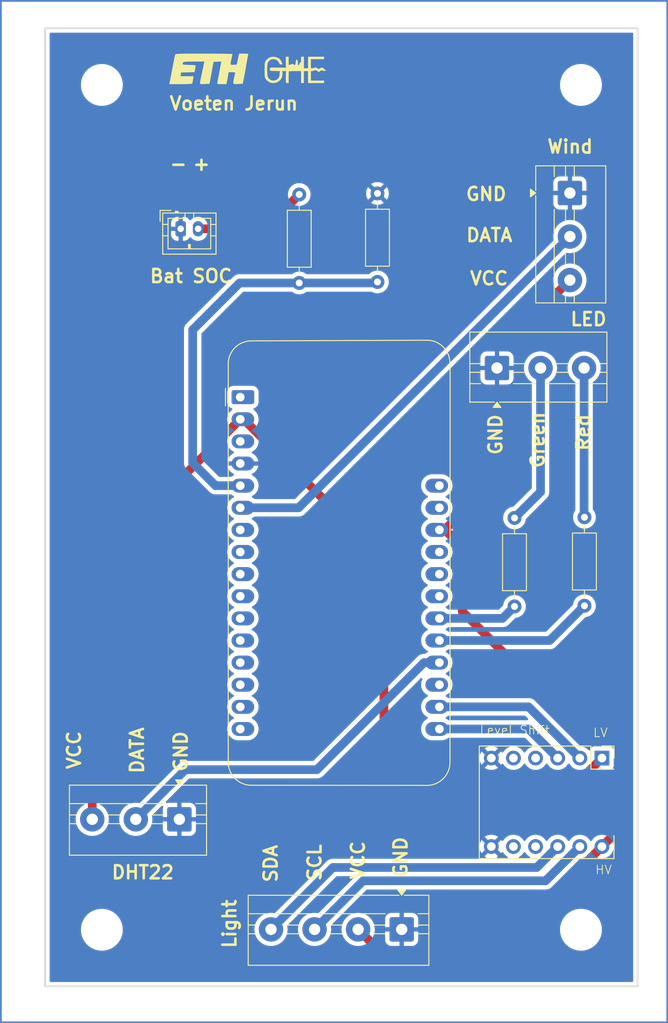
<source format=kicad_pcb>
(kicad_pcb (version 20241229) (generator "pcbnew") (generator_version "9.0")
  (layers (0 "F.Cu" signal) (2 "B.Cu" signal) (13 "F.Paste" user) (15 "B.Paste" user) (5 "F.SilkS" user "F.Silkscreen") (7 "B.SilkS" user "B.Silkscreen") (1 "F.Mask" user) (3 "B.Mask" user) (25 "Edge.Cuts" user))
  (net 0 "")
  (net 1 "GND")
  (net 2 "Net-(J4-Pin_2)")
  (net 3 "Net-(J6-Pin_2)")
  (net 4 "Net-(U1-A0)")
  (net 18 "Net-(J1-Pin_2)")
  (net 20 "Net-(J1-Pin_3)")
  (net 24 "Net-(U1-10)")
  (net 25 "Net-(U1-9)")
  (net 27 "Net-(J2-Pin_2)")
  (net 31 "Net-(J3-B1)")
  (net 32 "Net-(J3-B2)")
  (net 33 "Net-(J3-A2)")
  (net 34 "Net-(J3-HV)")
  (net 35 "Net-(J3-LV)")
  (net 37 "Net-(J3-A1)")
  (footprint "SilkscreenLogo:eth" (layer "F.Cu") (at 98.46 34.59)
    (property "Reference" "G***" (hide yes))
    (property "Value" "LOGO" (hide yes))
    (fp_poly (pts (xy 4.623169 -1.681235) (xy 4.779795 -1.663735) (xy 4.84255 -1.624933) (xy 4.840724 -1.556941) (xy 4.839222 -1.551832) (xy 4.811631 -1.428083) (xy 4.765681 -1.187628) (xy 4.707606 -0.864317) (xy 4.643638 -0.492001) (xy 4.639086 -0.464895) (xy 4.562705 -0.021428) (xy 4.479433 0.442396) (xy 4.400365 0.86572) (xy 4.347067 1.136907) (xy 4.21489 1.785255) (xy 3.664886 1.807666) (xy 3.393225 1.817383) (xy 3.222739 1.802459) (xy 3.138209 1.736793) (xy 3.124415 1.594282) (xy 3.166137 1.348825) (xy 3.229296 1.06063) (xy 3.285254 0.799899) (xy 3.325525 0.600259) (xy 3.341031 0.507627) (xy 3.274151 0.474649) (xy 3.100588 0.453977) (xy 2.972077 0.45042) (xy 2.600445 0.45042) (xy 2.551375 0.757289) (xy 2.503872 1.026789) (xy 2.443079 1.33777) (xy 2.420891 1.443776) (xy 2.339477 1.823393) (xy 1.811864 1.823393) (xy 1.550488 1.815828) (xy 1.361865 1.795935) (xy 1.284779 1.767924) (xy 1.284546 1.766186) (xy 1.298272 1.673449) (xy 1.335549 1.461337) (xy 1.390881 1.160236) (xy 1.458769 0.800531) (xy 1.467374 0.755525) (xy 1.542153 0.362729) (xy 1.610937 -0.002518) (xy 1.666105 -0.299508) (xy 1.700039 -0.487533) (xy 1.700101 -0.487896) (xy 1.750296 -0.777863) (xy 1.309035 -0.754863) (xy 0.867775 -0.731862) (xy 0.637424 0.526697) (xy 0.407073 1.785255) (xy -0.14593 1.807666) (xy -0.433121 1.815244) (xy -0.599596 1.804607) (xy -0.676744 1.769226) (xy -0.695953 1.70257) (xy -0.695881 1.693251) (xy -0.679257 1.573843) (xy -0.635433 1.334821) (xy -0.570147 1.005527) (xy -0.489135 0.615302) (xy -0.441656 0.393213) (xy -0.190482 -0.77) (xy -1.39 -0.77) (xy -1.861688 -0.768186) (xy -2.202148 -0.75932) (xy -2.432692 -0.738266) (xy -2.574634 -0.69989) (xy -2.649285 -0.639056) (xy -2.677958 -0.550628) (xy -2.682116 -0.458657) (xy -2.611395 -0.428477) (xy -2.42138 -0.404825) (xy -2.145296 -0.390933) (xy -1.961993 -0.388619) (xy -1.646395 -0.382687) (xy -1.392709 -0.36676) (xy -1.236469 -0.343643) (xy -1.204949 -0.328881) (xy -1.197917 -0.224729) (xy -1.221982 -0.028223) (xy -1.244207 0.088032) (xy -1.320385 0.445208) (xy -2.096596 0.466883) (xy -2.872806 0.488558) (xy -2.896942 0.698318) (xy -2.921077 0.908078) (xy -2.18156 0.908078) (xy -1.442042 0.908078) (xy -1.494582 1.304146) (xy -1.531242 1.540281) (xy -1.56766 1.711893) (xy -1.585187 1.761804) (xy -1.670308 1.78205) (xy -1.88227 1.799496) (xy -2.195369 1.812962) (xy -2.583899 1.821264) (xy -2.923715 1.823393) (xy -4.224179 1.823393) (xy -4.18237 1.651772) (xy -4.155412 1.525075) (xy -4.10537 1.275037) (xy -4.037447 0.928221) (xy -3.956844 0.511194) (xy -3.868761 0.05052) (xy -3.86503 0.030901) (xy -3.777125 -0.427795) (xy -3.696649 -0.840861) (xy -3.628718 -1.182585) (xy -3.578447 -1.427252) (xy -3.550951 -1.549149) (xy -3.550186 -1.551832) (xy -3.532448 -1.584206) (xy -3.491079 -1.6109) (xy -3.412576 -1.632457) (xy -3.283436 -1.649422) (xy -3.090156 -1.662338) (xy -2.819232 -1.67175) (xy -2.457162 -1.678201) (xy -1.990443 -1.682235) (xy -1.40557 -1.684396) (xy -0.689042 -1.685228) (xy -0.236135 -1.685315) (xy 0.453935 -1.684029) (xy 1.094418 -1.680349) (xy 1.669746 -1.67455) (xy 2.164351 -1.666903) (xy 2.562664 -1.65768) (xy 2.849118 -1.647154) (xy 3.008145 -1.635596) (xy 3.035925 -1.628108) (xy 3.01923 -1.529259) (xy 2.978162 -1.326332) (xy 2.924191 -1.075105) (xy 2.853977 -0.749471) (xy 2.824121 -0.54611) (xy 2.844587 -0.4378) (xy 2.925339 -0.397319) (xy 3.076343 -0.397446) (xy 3.170038 -0.403509) (xy 3.530299 -0.426757) (xy 3.594832 -0.77) (xy 3.654058 -1.059521) (xy 3.719489 -1.344403) (xy 3.733307 -1.399279) (xy 3.807248 -1.685315) (xy 4.343382 -1.685315)) (fill yes) (layer "F.SilkS"))
  )
  (footprint "Resistor_THT:R_Axial_DIN0207_L6.3mm_D2.5mm_P10.16mm_Horizontal" (layer "F.Cu") (at 109.16 49.08 -90)
    (property "Reference" "R3" (hide yes))
    (property "Value" "10k")
    (fp_line (start 1.04 0) (end 1.81 0) (stroke (width 0.12)) (layer "F.SilkS"))
    (fp_line (start 9.12 0) (end 8.35 0) (stroke (width 0.12)) (layer "F.SilkS"))
    (fp_rect (start 1.81 -1.37) (end 8.35 1.37) (stroke (width 0.12)) (fill no) (layer "F.SilkS"))
    (pad "1" thru_hole circle (at 0 0 270) (size 1.6 1.6) (drill 0.8) (layers "*.Cu" "*.Mask") (net 27 "Net-(J2-Pin_2)"))
    (pad "2" thru_hole circle (at 10.16 0 270) (size 1.6 1.6) (drill 0.8) (layers "*.Cu" "*.Mask") (net 4 "Net-(U1-A0)"))
  )
  (footprint "MountingHole:MountingHole_4.3mm_M4" (layer "F.Cu") (at 86.5 36.5)
    (property "Reference" "H1" (hide yes))
    (property "Value" "MountingHole")
    (pad "" np_thru_hole circle (at 0 0) (size 4.3 4.3) (drill 4.3) (layers "*.Cu" "*.Mask"))
  )
  (footprint "Resistor_THT:R_Axial_DIN0207_L6.3mm_D2.5mm_P10.16mm_Horizontal" (layer "F.Cu") (at 133.87 96.38 90)
    (property "Reference" "R2" (hide yes))
    (property "Value" "100")
    (fp_line (start 9.12 0) (end 8.35 0) (stroke (width 0.12)) (layer "F.SilkS"))
    (fp_line (start 1.04 0) (end 1.81 0) (stroke (width 0.12)) (layer "F.SilkS"))
    (fp_rect (start 1.81 -1.37) (end 8.35 1.37) (stroke (width 0.12)) (fill no) (layer "F.SilkS"))
    (pad "1" thru_hole circle (at 0 0 90) (size 1.6 1.6) (drill 0.8) (layers "*.Cu" "*.Mask") (net 24 "Net-(U1-10)"))
    (pad "2" thru_hole circle (at 10.16 0 90) (size 1.6 1.6) (drill 0.8) (layers "*.Cu" "*.Mask") (net 18 "Net-(J1-Pin_2)"))
  )
  (footprint "TerminalBlock:TerminalBlock_MaiXu_MX126-5.0-04P_1x04_P5.00mm" (layer "F.Cu") (at 120.92 133.46 180)
    (property "Reference" "J7" (hide yes))
    (property "Value" "LightSensor")
    (fp_line (start 17.62 -4.12) (end 17.62 3.92) (stroke (width 0.12)) (layer "F.SilkS"))
    (fp_line (start 16.812 0.5) (end 17.62 0.5) (stroke (width 0.12)) (layer "F.SilkS"))
    (fp_line (start 16.812 -0.5) (end 17.62 -0.5) (stroke (width 0.12)) (layer "F.SilkS"))
    (fp_line (start 15.543 1.8) (end 17.62 1.8) (stroke (width 0.12)) (layer "F.SilkS"))
    (fp_line (start 11.812 0.5) (end 13.188 0.5) (stroke (width 0.12)) (layer "F.SilkS"))
    (fp_line (start 11.812 -0.5) (end 13.188 -0.5) (stroke (width 0.12)) (layer "F.SilkS"))
    (fp_line (start 10.543 1.8) (end 14.457 1.8) (stroke (width 0.12)) (layer "F.SilkS"))
    (fp_line (start 6.812 0.5) (end 8.188 0.5) (stroke (width 0.12)) (layer "F.SilkS"))
    (fp_line (start 6.812 -0.5) (end 8.188 -0.5) (stroke (width 0.12)) (layer "F.SilkS"))
    (fp_line (start 5.543 1.8) (end 9.457 1.8) (stroke (width 0.12)) (layer "F.SilkS"))
    (fp_line (start 1.88 1.8) (end 4.457 1.8) (stroke (width 0.12)) (layer "F.SilkS"))
    (fp_line (start 1.88 0.5) (end 3.188 0.5) (stroke (width 0.12)) (layer "F.SilkS"))
    (fp_line (start 1.88 -0.5) (end 3.188 -0.5) (stroke (width 0.12)) (layer "F.SilkS"))
    (fp_line (start 0.3 3.92) (end 17.62 3.92) (stroke (width 0.12)) (layer "F.SilkS"))
    (fp_line (start -3.12 3.92) (end -0.3 3.92) (stroke (width 0.12)) (layer "F.SilkS"))
    (fp_line (start -3.12 1.8) (end -1.88 1.8) (stroke (width 0.12)) (layer "F.SilkS"))
    (fp_line (start -3.12 0.5) (end -1.88 0.5) (stroke (width 0.12)) (layer "F.SilkS"))
    (fp_line (start -3.12 -0.5) (end -1.88 -0.5) (stroke (width 0.12)) (layer "F.SilkS"))
    (fp_line (start -3.12 -4.12) (end 17.62 -4.12) (stroke (width 0.12)) (layer "F.SilkS"))
    (fp_line (start -3.12 -4.12) (end -3.12 3.92) (stroke (width 0.12)) (layer "F.SilkS"))
    (fp_poly (pts (xy 0 3.92) (xy 0.44 4.53) (xy -0.44 4.53)) (stroke (width 0.12)) (fill yes) (layer "F.SilkS"))
    (pad "1" thru_hole roundrect (at 0 0 180) (size 2.8 2.8) (drill 1.3) (layers "*.Cu" "*.Mask") (roundrect_rratio 0.089286) (net 1 "GND"))
    (pad "2" thru_hole circle (at 5 0 180) (size 2.8 2.8) (drill 1.3) (layers "*.Cu" "*.Mask") (net 34 "Net-(J3-HV)"))
    (pad "3" thru_hole circle (at 10 0 180) (size 2.8 2.8) (drill 1.3) (layers "*.Cu" "*.Mask") (net 31 "Net-(J3-B1)"))
    (pad "4" thru_hole circle (at 15 0 180) (size 2.8 2.8) (drill 1.3) (layers "*.Cu" "*.Mask") (net 32 "Net-(J3-B2)"))
  )
  (footprint "TerminalBlock:TerminalBlock_MaiXu_MX126-5.0-03P_1x03_P5.00mm" (layer "F.Cu") (at 140.23 48.91 -90)
    (property "Reference" "J4" (hide yes))
    (property "Value" "Anemometer")
    (fp_line (start -3.12 3.92) (end -0.3 3.92) (stroke (width 0.12)) (layer "F.SilkS"))
    (fp_line (start 0.3 3.92) (end 12.62 3.92) (stroke (width 0.12)) (layer "F.SilkS"))
    (fp_line (start -3.12 1.8) (end -1.88 1.8) (stroke (width 0.12)) (layer "F.SilkS"))
    (fp_line (start 1.88 1.8) (end 4.457 1.8) (stroke (width 0.12)) (layer "F.SilkS"))
    (fp_line (start 5.543 1.8) (end 9.457 1.8) (stroke (width 0.12)) (layer "F.SilkS"))
    (fp_line (start 10.543 1.8) (end 12.62 1.8) (stroke (width 0.12)) (layer "F.SilkS"))
    (fp_line (start -3.12 0.5) (end -1.88 0.5) (stroke (width 0.12)) (layer "F.SilkS"))
    (fp_line (start 1.88 0.5) (end 3.188 0.5) (stroke (width 0.12)) (layer "F.SilkS"))
    (fp_line (start 6.812 0.5) (end 8.188 0.5) (stroke (width 0.12)) (layer "F.SilkS"))
    (fp_line (start 11.812 0.5) (end 12.62 0.5) (stroke (width 0.12)) (layer "F.SilkS"))
    (fp_line (start -3.12 -0.5) (end -1.88 -0.5) (stroke (width 0.12)) (layer "F.SilkS"))
    (fp_line (start 1.88 -0.5) (end 3.188 -0.5) (stroke (width 0.12)) (layer "F.SilkS"))
    (fp_line (start 6.812 -0.5) (end 8.188 -0.5) (stroke (width 0.12)) (layer "F.SilkS"))
    (fp_line (start 11.812 -0.5) (end 12.62 -0.5) (stroke (width 0.12)) (layer "F.SilkS"))
    (fp_line (start -3.12 -4.12) (end -3.12 3.92) (stroke (width 0.12)) (layer "F.SilkS"))
    (fp_line (start -3.12 -4.12) (end 12.62 -4.12) (stroke (width 0.12)) (layer "F.SilkS"))
    (fp_line (start 12.62 -4.12) (end 12.62 3.92) (stroke (width 0.12)) (layer "F.SilkS"))
    (fp_poly (pts (xy 0 3.92) (xy 0.44 4.53) (xy -0.44 4.53)) (stroke (width 0.12)) (fill yes) (layer "F.SilkS"))
    (pad "1" thru_hole roundrect (at 0 0 270) (size 2.8 2.8) (drill 1.3) (layers "*.Cu" "*.Mask") (roundrect_rratio 0.089286) (net 1 "GND"))
    (pad "2" thru_hole circle (at 5 0 270) (size 2.8 2.8) (drill 1.3) (layers "*.Cu" "*.Mask") (net 2 "Net-(J4-Pin_2)"))
    (pad "3" thru_hole circle (at 10 0 270) (size 2.8 2.8) (drill 1.3) (layers "*.Cu" "*.Mask") (net 34 "Net-(J3-HV)"))
  )
  (footprint "Connector_JST:JST_PH_B2B-PH-K_1x02_P2.00mm_Vertical" (layer "F.Cu") (at 95.55 53.02)
    (property "Reference" "J2" (hide yes))
    (property "Value" "Conn_01x02_Pin")
    (fp_line (start -2.36 -2.11) (end -2.36 -0.86) (stroke (width 0.12)) (layer "F.SilkS"))
    (fp_line (start -2.06 -1.81) (end -2.06 2.91) (stroke (width 0.12)) (layer "F.SilkS"))
    (fp_line (start -2.06 -0.5) (end -1.45 -0.5) (stroke (width 0.12)) (layer "F.SilkS"))
    (fp_line (start -2.06 0.8) (end -1.45 0.8) (stroke (width 0.12)) (layer "F.SilkS"))
    (fp_line (start -2.06 2.91) (end 4.06 2.91) (stroke (width 0.12)) (layer "F.SilkS"))
    (fp_line (start -1.45 -1.2) (end -1.45 2.3) (stroke (width 0.12)) (layer "F.SilkS"))
    (fp_line (start -1.45 2.3) (end 3.45 2.3) (stroke (width 0.12)) (layer "F.SilkS"))
    (fp_line (start -1.11 -2.11) (end -2.36 -2.11) (stroke (width 0.12)) (layer "F.SilkS"))
    (fp_line (start -0.6 -2.01) (end -0.6 -1.81) (stroke (width 0.12)) (layer "F.SilkS"))
    (fp_line (start -0.3 -2.01) (end -0.6 -2.01) (stroke (width 0.12)) (layer "F.SilkS"))
    (fp_line (start -0.3 -1.91) (end -0.6 -1.91) (stroke (width 0.12)) (layer "F.SilkS"))
    (fp_line (start -0.3 -1.81) (end -0.3 -2.01) (stroke (width 0.12)) (layer "F.SilkS"))
    (fp_line (start 0.5 -1.81) (end 0.5 -1.2) (stroke (width 0.12)) (layer "F.SilkS"))
    (fp_line (start 0.5 -1.2) (end -1.45 -1.2) (stroke (width 0.12)) (layer "F.SilkS"))
    (fp_line (start 0.9 1.8) (end 1.1 1.8) (stroke (width 0.12)) (layer "F.SilkS"))
    (fp_line (start 0.9 2.3) (end 0.9 1.8) (stroke (width 0.12)) (layer "F.SilkS"))
    (fp_line (start 1 2.3) (end 1 1.8) (stroke (width 0.12)) (layer "F.SilkS"))
    (fp_line (start 1.1 1.8) (end 1.1 2.3) (stroke (width 0.12)) (layer "F.SilkS"))
    (fp_line (start 1.5 -1.2) (end 1.5 -1.81) (stroke (width 0.12)) (layer "F.SilkS"))
    (fp_line (start 3.45 -1.2) (end 1.5 -1.2) (stroke (width 0.12)) (layer "F.SilkS"))
    (fp_line (start 3.45 2.3) (end 3.45 -1.2) (stroke (width 0.12)) (layer "F.SilkS"))
    (fp_line (start 4.06 -1.81) (end -2.06 -1.81) (stroke (width 0.12)) (layer "F.SilkS"))
    (fp_line (start 4.06 -0.5) (end 3.45 -0.5) (stroke (width 0.12)) (layer "F.SilkS"))
    (fp_line (start 4.06 0.8) (end 3.45 0.8) (stroke (width 0.12)) (layer "F.SilkS"))
    (fp_line (start 4.06 2.91) (end 4.06 -1.81) (stroke (width 0.12)) (layer "F.SilkS"))
    (pad "1" thru_hole roundrect (at 0 0) (size 1.2 1.75) (drill 0.75) (layers "*.Cu" "*.Mask") (roundrect_rratio 0.208333) (net 1 "GND"))
    (pad "2" thru_hole oval (at 2 0) (size 1.2 1.75) (drill 0.75) (layers "*.Cu" "*.Mask") (net 27 "Net-(J2-Pin_2)"))
  )
  (footprint "MountingHole:MountingHole_4.3mm_M4" (layer "F.Cu") (at 141.5 36.5)
    (property "Reference" "H2" (hide yes))
    (property "Value" "MountingHole")
    (pad "" np_thru_hole circle (at 0 0) (size 4.3 4.3) (drill 4.3) (layers "*.Cu" "*.Mask"))
  )
  (footprint "MountingHole:MountingHole_4.3mm_M4" (layer "F.Cu") (at 86.5 133.5)
    (property "Reference" "H4" (hide yes))
    (property "Value" "MountingHole")
    (pad "" np_thru_hole circle (at 0 0) (size 4.3 4.3) (drill 4.3) (layers "*.Cu" "*.Mask"))
  )
  (footprint "Connector_PinHeader_2.54mm:PinHeader_2x06_P2.54mm_Vertical" (layer "F.Cu") (at 143.91 113.79 -90)
    (property "Reference" "J3" (hide yes))
    (property "Value" "Level Shift")
    (fp_line (start -1.38 14.08) (end 11.54 14.08) (stroke (width 0.12)) (layer "F.SilkS"))
    (fp_line (start -1.38 1.27) (end -1.38 14.08) (stroke (width 0.12)) (layer "F.SilkS"))
    (fp_line (start -1.38 1.27) (end 1.27 1.27) (stroke (width 0.12)) (layer "F.SilkS"))
    (fp_line (start 1.27 1.27) (end 1.27 -1.38) (stroke (width 0.12)) (layer "F.SilkS"))
    (fp_line (start -1.38 0) (end -1.38 -1.38) (stroke (width 0.12)) (layer "F.SilkS"))
    (fp_line (start -1.38 -1.38) (end 0 -1.38) (stroke (width 0.12)) (layer "F.SilkS"))
    (fp_line (start 8.89 -1.38) (end 11.54 -1.38) (stroke (width 0.12)) (layer "F.SilkS"))
    (fp_line (start 11.54 -1.38) (end 11.54 14.08) (stroke (width 0.12)) (layer "F.SilkS"))
    (pad "1" thru_hole rect (at 0 0 270) (size 1.7 1.7) (drill 1) (layers "*.Cu" "*.Mask") (net 35 "Net-(J3-LV)"))
    (pad "2" thru_hole circle (at 0 2.54 270) (size 1.7 1.7) (drill 1) (layers "*.Cu" "*.Mask") (net 37 "Net-(J3-A1)"))
    (pad "3" thru_hole circle (at 0 5.08 270) (size 1.7 1.7) (drill 1) (layers "*.Cu" "*.Mask") (net 33 "Net-(J3-A2)"))
    (pad "4" thru_hole circle (at 0 7.62 270) (size 1.7 1.7) (drill 1) (layers "*.Cu" "*.Mask"))
    (pad "5" thru_hole circle (at 0 10.16 270) (size 1.7 1.7) (drill 1) (layers "*.Cu" "*.Mask"))
    (pad "6" thru_hole circle (at 0 12.7 270) (size 1.7 1.7) (drill 1) (layers "*.Cu" "*.Mask") (net 1 "GND"))
    (pad "7" thru_hole circle (at 10.16 12.7 270) (size 1.7 1.7) (drill 1) (layers "*.Cu" "*.Mask") (net 1 "GND"))
    (pad "8" thru_hole circle (at 10.16 10.16 270) (size 1.7 1.7) (drill 1) (layers "*.Cu" "*.Mask"))
    (pad "9" thru_hole circle (at 10.16 7.62 270) (size 1.7 1.7) (drill 1) (layers "*.Cu" "*.Mask"))
    (pad "10" thru_hole circle (at 10.16 5.08 270) (size 1.7 1.7) (drill 1) (layers "*.Cu" "*.Mask") (net 32 "Net-(J3-B2)"))
    (pad "11" thru_hole circle (at 10.16 2.54 270) (size 1.7 1.7) (drill 1) (layers "*.Cu" "*.Mask") (net 31 "Net-(J3-B1)"))
    (pad "12" thru_hole circle (at 10.16 0 270) (size 1.7 1.7) (drill 1) (layers "*.Cu" "*.Mask") (net 34 "Net-(J3-HV)"))
  )
  (footprint "Module:mod2_Adafruit_Feather_32u4_RFM_WithMountingHoles_1" (layer "F.Cu") (at 102.39 72.35)
    (property "Reference" "U1" (hide yes))
    (property "Value" "Feather 32u4 LoRa SMT")
    (fp_line (start -1.7 1) (end -1.7 -1) (stroke (width 0.12)) (layer "F.SilkS"))
    (fp_line (start -1.38 -3.81) (end -1.38 41.91) (stroke (width 0.12)) (layer "F.SilkS"))
    (fp_line (start 21.426167 -6.536166) (end 1.27 -6.46) (stroke (width 0.12)) (layer "F.SilkS"))
    (fp_line (start 21.426167 44.576167) (end 1.27 44.56) (stroke (width 0.12)) (layer "F.SilkS"))
    (fp_line (start 24.09 -3.886167) (end 24.076167 41.926167) (stroke (width 0.12)) (layer "F.SilkS"))
    (fp_arc (start -1.38 -3.81) (mid -0.603833 -5.683833) (end 1.27 -6.46) (stroke (width 0.12)) (layer "F.SilkS"))
    (fp_arc (start 1.27 44.56) (mid -0.603833 43.783833) (end -1.38 41.91) (stroke (width 0.12)) (layer "F.SilkS"))
    (fp_arc (start 21.426167 -6.536167) (mid 23.3 -5.76) (end 24.076167 -3.886167) (stroke (width 0.12)) (layer "F.SilkS"))
    (fp_arc (start 24.076167 41.926167) (mid 23.3 43.8) (end 21.426167 44.576167) (stroke (width 0.12)) (layer "F.SilkS"))
    (pad "1" thru_hole oval (at 0 38.1) (size 2.6 1.6) (drill 1 (offset 0.3 0)) (layers "*.Cu" "*.Mask"))
    (pad "2" thru_hole oval (at 0 35.56) (size 2.6 1.6) (drill 1 (offset 0.3 0)) (layers "*.Cu" "*.Mask"))
    (pad "3" thru_hole oval (at 0 33.02) (size 2.6 1.6) (drill 1 (offset 0.3 0)) (layers "*.Cu" "*.Mask"))
    (pad "4" thru_hole oval (at 0 30.48) (size 2.6 1.6) (drill 1 (offset 0.3 0)) (layers "*.Cu" "*.Mask"))
    (pad "5" thru_hole oval (at 0 27.94) (size 2.6 1.6) (drill 1 (offset 0.3 0)) (layers "*.Cu" "*.Mask"))
    (pad "6" thru_hole oval (at 0 25.4) (size 2.6 1.6) (drill 1 (offset 0.3 0)) (layers "*.Cu" "*.Mask"))
    (pad "7" thru_hole oval (at 0 22.86) (size 2.6 1.6) (drill 1 (offset 0.3 0)) (layers "*.Cu" "*.Mask"))
    (pad "8" thru_hole oval (at 0 20.32) (size 2.6 1.6) (drill 1 (offset 0.3 0)) (layers "*.Cu" "*.Mask"))
    (pad "9" thru_hole oval (at 0 17.78) (size 2.6 1.6) (drill 1 (offset 0.3 0)) (layers "*.Cu" "*.Mask"))
    (pad "10" thru_hole oval (at 0 15.24) (size 2.6 1.6) (drill 1 (offset 0.3 0)) (layers "*.Cu" "*.Mask"))
    (pad "11" thru_hole oval (at 0 12.7) (size 2.6 1.6) (drill 1 (offset 0.3 0)) (layers "*.Cu" "*.Mask") (net 2 "Net-(J4-Pin_2)"))
    (pad "12" thru_hole oval (at 0 10.16) (size 2.6 1.6) (drill 1 (offset 0.3 0)) (layers "*.Cu" "*.Mask") (net 4 "Net-(U1-A0)"))
    (pad "13" thru_hole oval (at 0 7.62) (size 2.6 1.6) (drill 1 (offset 0.3 0)) (layers "*.Cu" "*.Mask") (net 1 "GND"))
    (pad "14" thru_hole oval (at 0 5.08) (size 2.6 1.6) (drill 1 (offset 0.3 0)) (layers "*.Cu" "*.Mask"))
    (pad "15" thru_hole oval (at 0 2.54) (size 2.6 1.6) (drill 1 (offset 0.3 0)) (layers "*.Cu" "*.Mask") (net 35 "Net-(J3-LV)"))
    (pad "16" thru_hole roundrect (at 0 0) (size 2.6 1.6) (drill 1 (offset 0.3 0)) (layers "*.Cu" "*.Mask") (roundrect_rratio 0.15625))
    (pad "17" thru_hole oval (at 22.86 38.1 180) (size 2.6 1.6) (drill 1 (offset 0.3 0)) (layers "*.Cu" "*.Mask") (net 33 "Net-(J3-A2)"))
    (pad "18" thru_hole oval (at 22.86 35.56 180) (size 2.6 1.6) (drill 1 (offset 0.3 0)) (layers "*.Cu" "*.Mask") (net 37 "Net-(J3-A1)"))
    (pad "19" thru_hole oval (at 22.86 33.02 180) (size 2.6 1.6) (drill 1 (offset 0.3 0)) (layers "*.Cu" "*.Mask"))
    (pad "20" thru_hole oval (at 22.86 30.48 180) (size 2.6 1.6) (drill 1 (offset 0.3 0)) (layers "*.Cu" "*.Mask") (net 3 "Net-(J6-Pin_2)"))
    (pad "21" thru_hole oval (at 22.86 27.94 180) (size 2.6 1.6) (drill 1 (offset 0.3 0)) (layers "*.Cu" "*.Mask") (net 25 "Net-(U1-9)"))
    (pad "22" thru_hole oval (at 22.86 25.4 180) (size 2.6 1.6) (drill 1 (offset 0.3 0)) (layers "*.Cu" "*.Mask") (net 24 "Net-(U1-10)"))
    (pad "23" thru_hole oval (at 22.86 22.86 180) (size 2.6 1.6) (drill 1 (offset 0.3 0)) (layers "*.Cu" "*.Mask"))
    (pad "24" thru_hole oval (at 22.86 20.32 180) (size 2.6 1.6) (drill 1 (offset 0.3 0)) (layers "*.Cu" "*.Mask"))
    (pad "25" thru_hole oval (at 22.86 17.78 180) (size 2.6 1.6) (drill 1 (offset 0.3 0)) (layers "*.Cu" "*.Mask"))
    (pad "26" thru_hole oval (at 22.86 15.24 180) (size 2.6 1.6) (drill 1 (offset 0.3 0)) (layers "*.Cu" "*.Mask") (net 34 "Net-(J3-HV)"))
    (pad "27" thru_hole oval (at 22.86 12.7 180) (size 2.6 1.6) (drill 1 (offset 0.3 0)) (layers "*.Cu" "*.Mask"))
    (pad "28" thru_hole oval (at 22.86 10.16 180) (size 2.6 1.6) (drill 1 (offset 0.3 0)) (layers "*.Cu" "*.Mask"))
  )
  (footprint "Resistor_THT:R_Axial_DIN0207_L6.3mm_D2.5mm_P10.16mm_Horizontal" (layer "F.Cu") (at 141.9 96.3 90)
    (property "Reference" "R4" (hide yes))
    (property "Value" "100")
    (fp_line (start 9.12 0) (end 8.35 0) (stroke (width 0.12)) (layer "F.SilkS"))
    (fp_line (start 1.04 0) (end 1.81 0) (stroke (width 0.12)) (layer "F.SilkS"))
    (fp_rect (start 1.81 -1.37) (end 8.35 1.37) (stroke (width 0.12)) (fill no) (layer "F.SilkS"))
    (pad "1" thru_hole circle (at 0 0 90) (size 1.6 1.6) (drill 0.8) (layers "*.Cu" "*.Mask") (net 25 "Net-(U1-9)"))
    (pad "2" thru_hole circle (at 10.16 0 90) (size 1.6 1.6) (drill 0.8) (layers "*.Cu" "*.Mask") (net 20 "Net-(J1-Pin_3)"))
  )
  (footprint "SilkscreenLogo:ghe" (layer "F.Cu") (at 108.7 34.79)
    (property "Reference" "G***" (hide yes))
    (property "Value" "LOGO" (hide yes))
    (fp_line (start -0.448436 -0.059627) (end -2.728436 -0.089627) (stroke (width 0.4)) (layer "F.SilkS"))
    (fp_poly (pts (xy -2.126142 -1.465975) (xy -1.885132 -1.347947) (xy -1.800084 -1.27994) (xy -1.680824 -1.133849) (xy -1.567872 -0.936891) (xy -1.48765 -0.738249) (xy -1.475689 -0.66601) (xy -1.516607 -0.63744) (xy -1.611655 -0.633539) (xy -1.715118 -0.646042) (xy -1.784925 -0.696573) (xy -1.850862 -0.80893) (xy -1.863167 -0.834495) (xy -2.004751 -1.038159) (xy -2.191584 -1.173944) (xy -2.405 -1.241364) (xy -2.626333 -1.239934) (xy -2.836917 -1.169169) (xy -3.018084 -1.028584) (xy -3.128363 -0.867381) (xy -3.168337 -0.733321) (xy -3.196748 -0.529098) (xy -3.213596 -0.278438) (xy -3.218882 -0.005067) (xy -3.212605 0.267287) (xy -3.194766 0.514897) (xy -3.165365 0.714038) (xy -3.128363 0.833527) (xy -2.984264 1.026961) (xy -2.793348 1.152471) (xy -2.575237 1.209473) (xy -2.349554 1.197386) (xy -2.13592 1.115627) (xy -1.953957 0.963613) (xy -1.886561 0.870377) (xy -1.82111 0.712847) (xy -1.793997 0.504846) (xy -1.792394 0.423388) (xy -1.784501 0.264521) (xy -1.764147 0.145927) (xy -1.740371 0.098513) (xy -1.70918 0.033391) (xy -1.708529 -0.069828) (xy -1.712399 -0.166386) (xy -1.669054 -0.200333) (xy -1.606651 -0.202392) (xy -1.537312 -0.192464) (xy -1.543893 -0.174801) (xy -1.59204 -0.112505) (xy -1.599619 -0.01269) (xy -1.568597 0.077663) (xy -1.532068 0.107867) (xy -1.486659 0.171193) (xy -1.463309 0.300374) (xy -1.461409 0.46942) (xy -1.480349 0.652343) (xy -1.519518 0.823155) (xy -1.550792 0.905419) (xy -1.713211 1.150612) (xy -1.935659 1.33602) (xy -2.19999 1.455127) (xy -2.488055 1.501415) (xy -2.781706 1.468366) (xy -2.951468 1.408454) (xy -3.128983 1.297498) (xy -3.296305 1.141739) (xy -3.425736 0.970544) (xy -3.482502 0.845427) (xy -3.496701 0.744501) (xy -3.507261 0.570522) (xy -3.514181 0.344968) (xy -3.517461 0.089317) (xy -3.517102 -0.174956) (xy -3.513104 -0.426371) (xy -3.505466 -0.643453) (xy -3.494189 -0.804723) (xy -3.482502 -0.879281) (xy -3.401738 -1.042165) (xy -3.261522 -1.212472) (xy -3.089552 -1.360836) (xy -2.951468 -1.442308) (xy -2.688094 -1.517215) (xy -2.40339 -1.523751)) (fill yes) (layer "F.SilkS"))
    (fp_poly (pts (xy -0.751621 -1.024413) (xy -0.749357 -0.796362) (xy -0.741626 -0.651665) (xy -0.727019 -0.579166) (xy -0.704125 -0.567705) (xy -0.694861 -0.575065) (xy -0.604255 -0.620888) (xy -0.529312 -0.631825) (xy -0.445053 -0.64929) (xy -0.420523 -0.679125) (xy -0.387424 -0.72278) (xy -0.306881 -0.7148) (xy -0.207029 -0.660446) (xy -0.1745 -0.633104) (xy -0.099343 -0.571696) (xy -0.052672 -0.575451) (xy -0.012433 -0.621279) (xy 0.028677 -0.720523) (xy 0.051261 -0.861655) (xy 0.052476 -0.891974) (xy 0.069967 -1.035991) (xy 0.109296 -1.149913) (xy 0.11906 -1.16496) (xy 0.164048 -1.211422) (xy 0.200934 -1.195479) (xy 0.250557 -1.105497) (xy 0.259626 -1.086501) (xy 0.304212 -0.964558) (xy 0.31545 -0.871882) (xy 0.312785 -0.860814) (xy 0.307025 -0.778327) (xy 0.320493 -0.645021) (xy 0.331081 -0.584525) (xy 0.356844 -0.471945) (xy 0.372246 -0.450409) (xy 0.378392 -0.50175) (xy 0.395422 -0.596245) (xy 0.425746 -0.631825) (xy 0.467386 -0.671911) (xy 0.497597 -0.750074) (xy 0.543791 -0.838863) (xy 0.597325 -0.868324) (xy 0.635494 -0.888541) (xy 0.657329 -0.960597) (xy 0.666449 -1.101601) (xy 0.667373 -1.199423) (xy 0.667373 -1.530521) (xy 0.832923 -1.530521) (xy 0.998472 -1.530521) (xy 0.998472 -0.868324) (xy 0.998472 -0.206126) (xy 1.234971 -0.206126) (xy 1.47147 -0.206126) (xy 1.47147 -0.868324) (xy 1.47147 -1.530521) (xy 2.393816 -1.530521) (xy 3.316163 -1.530521) (xy 3.316163 -1.388622) (xy 3.316163 -1.246722) (xy 2.559366 -1.246722) (xy 1.802569 -1.246722) (xy 1.802569 -0.726424) (xy 1.802569 -0.206126) (xy 1.929285 -0.206126) (xy 2.064677 -0.222737) (xy 2.212395 -0.262679) (xy 2.212533 -0.262729) (xy 2.329363 -0.293698) (xy 2.41951 -0.274304) (xy 2.509599 -0.215429) (xy 2.63957 -0.133897) (xy 2.736766 -0.120952) (xy 2.832926 -0.175991) (xy 2.869422 -0.208576) (xy 3.000889 -0.276016) (xy 3.143386 -0.26131) (xy 3.270699 -0.169273) (xy 3.300669 -0.129367) (xy 3.387939 -0.046121) (xy 3.473638 -0.016927) (xy 3.541672 -0.010672) (xy 3.530769 0.023568) (xy 3.493776 0.06223) (xy 3.430833 0.109553) (xy 3.355567 0.114939) (xy 3.231032 0.080795) (xy 3.227408 0.079601) (xy 3.098884 0.045089) (xy 3.004133 0.052876) (xy 2.892481 0.10926) (xy 2.867951 0.12427) (xy 2.695704 0.230724) (xy 2.527977 0.111384) (xy 2.415972 0.03878) (xy 2.334739 0.018095) (xy 2.241036 0.042333) (xy 2.201177 0.058508) (xy 2.057832 0.104443) (xy 1.927912 0.124905) (xy 1.922337 0.124972) (xy 1.802569 0.124972) (xy 1.802569 0.66892) (xy 1.802569 1.212868) (xy 2.559366 1.212868) (xy 3.316163 1.212868) (xy 3.316163 1.354767) (xy 3.316163 1.496667) (xy 2.393816 1.496667) (xy 1.47147 1.496667) (xy 1.47147 0.81082) (xy 1.47147 0.124972) (xy 1.234971 0.124972) (xy 0.998472 0.124972) (xy 0.998472 0.81082) (xy 0.998472 1.496667) (xy 0.832923 1.496667) (xy 0.667373 1.496667) (xy 0.667373 0.81082) (xy 0.667373 0.124972) (xy 0.084317 0.124972) (xy -0.498738 0.124972) (xy -0.478734 -0.011326) (xy -0.484982 -0.132782) (xy -0.537154 -0.18823) (xy -0.619169 -0.165501) (xy -0.648811 -0.140009) (xy -0.699687 -0.063467) (xy -0.674662 0.019402) (xy -0.667521 0.031137) (xy -0.633272 0.102232) (xy -0.662206 0.124287) (xy -0.680271 0.124972) (xy -0.70859 0.137786) (xy -0.728464 0.185153) (xy -0.741284 0.280463) (xy -0.748445 0.437106) (xy -0.751339 0.668472) (xy -0.751621 0.81082) (xy -0.751621 1.496667) (xy -0.885637 1.496667) (xy -0.993966 1.486537) (xy -1.051187 1.465134) (xy -1.066101 1.405839) (xy -1.076306 1.276321) (xy -1.082042 1.097073) (xy -1.08355 0.888592) (xy -1.081072 0.671374) (xy -1.074849 0.465915) (xy -1.065121 0.29271) (xy -1.05213 0.172256) (xy -1.036118 0.125047) (xy -1.03542 0.124972) (xy -1.004156 0.083392) (xy -0.988529 -0.018851) (xy -0.98812 -0.040577) (xy -0.834293 -0.040577) (xy -0.830485 0.05677) (xy -0.819767 0.081895) (xy -0.813722 0.066399) (xy -0.804912 -0.047188) (xy -0.812768 -0.1228) (xy -0.825228 -0.149015) (xy -0.833066 -0.092164) (xy -0.834293 -0.040577) (xy -0.98812 -0.040577) (xy -1 -0.15) (xy -1.029213 -0.204697) (xy -1.03542 -0.206126) (xy -1.055155 -0.251903) (xy -1.070038 -0.38333) (xy -1.079437 -0.591552) (xy -1.08272 -0.867712) (xy -1.08272 -0.868324) (xy -1.08272 -1.530521) (xy -0.917171 -1.530521) (xy -0.751621 -1.530521)) (fill yes) (layer "F.SilkS"))
  )
  (footprint "TerminalBlock:TerminalBlock_MaiXu_MX126-5.0-03P_1x03_P5.00mm" (layer "F.Cu") (at 95.4 120.82 180)
    (property "Reference" "J6" (hide yes))
    (property "Value" "DHT22")
    (fp_line (start 12.62 -4.12) (end 12.62 3.92) (stroke (width 0.12)) (layer "F.SilkS"))
    (fp_line (start 11.812 0.5) (end 12.62 0.5) (stroke (width 0.12)) (layer "F.SilkS"))
    (fp_line (start 11.812 -0.5) (end 12.62 -0.5) (stroke (width 0.12)) (layer "F.SilkS"))
    (fp_line (start 10.543 1.8) (end 12.62 1.8) (stroke (width 0.12)) (layer "F.SilkS"))
    (fp_line (start 6.812 0.5) (end 8.188 0.5) (stroke (width 0.12)) (layer "F.SilkS"))
    (fp_line (start 6.812 -0.5) (end 8.188 -0.5) (stroke (width 0.12)) (layer "F.SilkS"))
    (fp_line (start 5.543 1.8) (end 9.457 1.8) (stroke (width 0.12)) (layer "F.SilkS"))
    (fp_line (start 1.88 1.8) (end 4.457 1.8) (stroke (width 0.12)) (layer "F.SilkS"))
    (fp_line (start 1.88 0.5) (end 3.188 0.5) (stroke (width 0.12)) (layer "F.SilkS"))
    (fp_line (start 1.88 -0.5) (end 3.188 -0.5) (stroke (width 0.12)) (layer "F.SilkS"))
    (fp_line (start 0.3 3.92) (end 12.62 3.92) (stroke (width 0.12)) (layer "F.SilkS"))
    (fp_line (start -3.12 3.92) (end -0.3 3.92) (stroke (width 0.12)) (layer "F.SilkS"))
    (fp_line (start -3.12 1.8) (end -1.88 1.8) (stroke (width 0.12)) (layer "F.SilkS"))
    (fp_line (start -3.12 0.5) (end -1.88 0.5) (stroke (width 0.12)) (layer "F.SilkS"))
    (fp_line (start -3.12 -0.5) (end -1.88 -0.5) (stroke (width 0.12)) (layer "F.SilkS"))
    (fp_line (start -3.12 -4.12) (end 12.62 -4.12) (stroke (width 0.12)) (layer "F.SilkS"))
    (fp_line (start -3.12 -4.12) (end -3.12 3.92) (stroke (width 0.12)) (layer "F.SilkS"))
    (fp_poly (pts (xy 0 3.92) (xy 0.44 4.53) (xy -0.44 4.53)) (stroke (width 0.12)) (fill yes) (layer "F.SilkS"))
    (pad "1" thru_hole roundrect (at 0 0 180) (size 2.8 2.8) (drill 1.3) (layers "*.Cu" "*.Mask") (roundrect_rratio 0.089286) (net 1 "GND"))
    (pad "2" thru_hole circle (at 5 0 180) (size 2.8 2.8) (drill 1.3) (layers "*.Cu" "*.Mask") (net 3 "Net-(J6-Pin_2)"))
    (pad "3" thru_hole circle (at 10 0 180) (size 2.8 2.8) (drill 1.3) (layers "*.Cu" "*.Mask") (net 35 "Net-(J3-LV)"))
  )
  (footprint "MountingHole:MountingHole_4.3mm_M4" (layer "F.Cu") (at 141.5 133.5)
    (property "Reference" "H3" (hide yes))
    (property "Value" "MountingHole")
    (pad "" np_thru_hole circle (at 0 0) (size 4.3 4.3) (drill 4.3) (layers "*.Cu" "*.Mask"))
  )
  (footprint "TerminalBlock:TerminalBlock_MaiXu_MX126-5.0-03P_1x03_P5.00mm" (layer "F.Cu") (at 131.86 69)
    (property "Reference" "J1" (hide yes))
    (property "Value" "LED")
    (fp_line (start -3.12 -4.12) (end -3.12 3.92) (stroke (width 0.12)) (layer "F.SilkS"))
    (fp_line (start -3.12 -4.12) (end 12.62 -4.12) (stroke (width 0.12)) (layer "F.SilkS"))
    (fp_line (start -3.12 -0.5) (end -1.88 -0.5) (stroke (width 0.12)) (layer "F.SilkS"))
    (fp_line (start -3.12 0.5) (end -1.88 0.5) (stroke (width 0.12)) (layer "F.SilkS"))
    (fp_line (start -3.12 1.8) (end -1.88 1.8) (stroke (width 0.12)) (layer "F.SilkS"))
    (fp_line (start -3.12 3.92) (end -0.3 3.92) (stroke (width 0.12)) (layer "F.SilkS"))
    (fp_line (start 0.3 3.92) (end 12.62 3.92) (stroke (width 0.12)) (layer "F.SilkS"))
    (fp_line (start 1.88 -0.5) (end 3.188 -0.5) (stroke (width 0.12)) (layer "F.SilkS"))
    (fp_line (start 1.88 0.5) (end 3.188 0.5) (stroke (width 0.12)) (layer "F.SilkS"))
    (fp_line (start 1.88 1.8) (end 4.457 1.8) (stroke (width 0.12)) (layer "F.SilkS"))
    (fp_line (start 5.543 1.8) (end 9.457 1.8) (stroke (width 0.12)) (layer "F.SilkS"))
    (fp_line (start 6.812 -0.5) (end 8.188 -0.5) (stroke (width 0.12)) (layer "F.SilkS"))
    (fp_line (start 6.812 0.5) (end 8.188 0.5) (stroke (width 0.12)) (layer "F.SilkS"))
    (fp_line (start 10.543 1.8) (end 12.62 1.8) (stroke (width 0.12)) (layer "F.SilkS"))
    (fp_line (start 11.812 -0.5) (end 12.62 -0.5) (stroke (width 0.12)) (layer "F.SilkS"))
    (fp_line (start 11.812 0.5) (end 12.62 0.5) (stroke (width 0.12)) (layer "F.SilkS"))
    (fp_line (start 12.62 -4.12) (end 12.62 3.92) (stroke (width 0.12)) (layer "F.SilkS"))
    (fp_poly (pts (xy 0 3.92) (xy 0.44 4.53) (xy -0.44 4.53)) (stroke (width 0.12)) (fill yes) (layer "F.SilkS"))
    (pad "1" thru_hole roundrect (at 0 0) (size 2.8 2.8) (drill 1.3) (layers "*.Cu" "*.Mask") (roundrect_rratio 0.089286) (net 1 "GND"))
    (pad "2" thru_hole circle (at 5 0) (size 2.8 2.8) (drill 1.3) (layers "*.Cu" "*.Mask") (net 18 "Net-(J1-Pin_2)"))
    (pad "3" thru_hole circle (at 10 0) (size 2.8 2.8) (drill 1.3) (layers "*.Cu" "*.Mask") (net 20 "Net-(J1-Pin_3)"))
  )
  (footprint "Resistor_THT:R_Axial_DIN0207_L6.3mm_D2.5mm_P10.16mm_Horizontal" (layer "F.Cu") (at 118.14 59.12 90)
    (property "Reference" "R1" (hide yes))
    (property "Value" "22k")
    (fp_line (start 9.12 0) (end 8.35 0) (stroke (width 0.12)) (layer "F.SilkS"))
    (fp_line (start 1.04 0) (end 1.81 0) (stroke (width 0.12)) (layer "F.SilkS"))
    (fp_rect (start 1.81 -1.37) (end 8.35 1.37) (stroke (width 0.12)) (fill no) (layer "F.SilkS"))
    (pad "1" thru_hole circle (at 0 0 90) (size 1.6 1.6) (drill 0.8) (layers "*.Cu" "*.Mask") (net 4 "Net-(U1-A0)"))
    (pad "2" thru_hole circle (at 10.16 0 90) (size 1.6 1.6) (drill 0.8) (layers "*.Cu" "*.Mask") (net 1 "GND"))
  )
  (gr_rect (start 74.91 26.85) (end 151.41 144.13) (stroke (width 0.2)) (fill no) (layer "B.Cu"))
  (gr_rect (start 80 30) (end 148 140) (stroke (width 0.2)) (fill no) (layer "Edge.Cuts"))
  (gr_text "GND" (at 96.44 115.51 90) (layer "F.SilkS") (effects (font (size 1.5 1.5) (thickness 0.3) (bold yes)) (justify left bottom)))
  (gr_text "Level Shift" (at 129.81 111.17 0) (layer "F.SilkS") (effects (font (size 1 1) (thickness 0.1)) (justify left bottom)))
  (gr_text "Bat SOC" (at 91.86 59.33 0) (layer "F.SilkS") (effects (font (size 1.5 1.5) (thickness 0.3) (bold yes)) (justify left bottom)))
  (gr_text "DHT22" (at 87.47 127.79 0) (layer "F.SilkS") (effects (font (size 1.5 1.5) (thickness 0.3) (bold yes)) (justify left bottom)))
  (gr_text "GND" (at 121.67 127.64 90) (layer "F.SilkS") (effects (font (size 1.5 1.5) (thickness 0.3) (bold yes)) (justify left bottom)))
  (gr_text "LED" (at 140.14 64.28 0) (layer "F.SilkS") (effects (font (size 1.5 1.5) (thickness 0.3) (bold yes)) (justify left bottom)))
  (gr_text "Wind" (at 137.49 44.46 0) (layer "F.SilkS") (effects (font (size 1.5 1.5) (thickness 0.3) (bold yes)) (justify left bottom)))
  (gr_text "VCC" (at 128.61 59.6 0) (layer "F.SilkS") (effects (font (size 1.5 1.5) (thickness 0.3) (bold yes)) (justify left bottom)))
  (gr_text "Red" (at 142.65 78.67 90) (layer "F.SilkS") (effects (font (size 1.5 1.5) (thickness 0.3) (bold yes)) (justify left bottom)))
  (gr_text "+" (at 96.81 46.44 0) (layer "F.SilkS") (effects (font (size 1.5 1.5) (thickness 0.3) (bold yes)) (justify left bottom)))
  (gr_text "-" (at 94.16 46.44 0) (layer "F.SilkS") (effects (font (size 1.5 1.5) (thickness 0.3) (bold yes)) (justify left bottom)))
  (gr_text "DATA" (at 128.17 54.63 0) (layer "F.SilkS") (effects (font (size 1.5 1.5) (thickness 0.3) (bold yes)) (justify left bottom)))
  (gr_text "HV" (at 143.08 127.2 0) (layer "F.SilkS") (effects (font (size 1 1) (thickness 0.1)) (justify left bottom)))
  (gr_text "VCC" (at 84.19 115.21 90) (layer "F.SilkS") (effects (font (size 1.5 1.5) (thickness 0.3) (bold yes)) (justify left bottom)))
  (gr_text "Light\n" (at 102.03 135.77 90) (layer "F.SilkS") (effects (font (size 1.5 1.5) (thickness 0.3) (bold yes)) (justify left bottom)))
  (gr_text "SCL" (at 111.8 128.06 90) (layer "F.SilkS") (effects (font (size 1.5 1.5) (thickness 0.3) (bold yes)) (justify left bottom)))
  (gr_text "Voeten Jerun" (at 94.13 39.51 0) (layer "F.SilkS") (effects (font (size 1.5 1.5) (thickness 0.3) (bold yes)) (justify left bottom)))
  (gr_text "GND" (at 128.14 49.91 0) (layer "F.SilkS") (effects (font (size 1.5 1.5) (thickness 0.3) (bold yes)) (justify left bottom)))
  (gr_text "LV" (at 142.84 111.46 0) (layer "F.SilkS") (effects (font (size 1 1) (thickness 0.1)) (justify left bottom)))
  (gr_text "GND" (at 132.57 79.13 90) (layer "F.SilkS") (effects (font (size 1.5 1.5) (thickness 0.3) (bold yes)) (justify left bottom)))
  (gr_text "VCC" (at 116.78 127.85 90) (layer "F.SilkS") (effects (font (size 1.5 1.5) (thickness 0.3) (bold yes)) (justify left bottom)))
  (gr_text "DATA" (at 91.42 115.71 90) (layer "F.SilkS") (effects (font (size 1.5 1.5) (thickness 0.3) (bold yes)) (justify left bottom)))
  (gr_text "SDA" (at 106.76 128.21 90) (layer "F.SilkS") (effects (font (size 1.5 1.5) (thickness 0.3) (bold yes)) (justify left bottom)))
  (gr_text "Green" (at 137.41 80.64 90) (layer "F.SilkS") (effects (font (size 1.5 1.5) (thickness 0.3) (bold yes)) (justify left bottom)))
  (segment (start 131.86 69) (end 131.52 69) (width 1) (layer "F.Cu") (net 1))
  (segment (start 109.09 85.05) (end 102.39 85.05) (width 1) (layer "B.Cu") (net 2))
  (segment (start 140.23 53.91) (end 109.09 85.05) (width 1) (layer "B.Cu") (net 2))
  (segment (start 90.4 120.82) (end 96.1 115.12) (width 1) (layer "B.Cu") (net 3))
  (segment (start 96.1 115.12) (end 111.19 115.12) (width 1) (layer "B.Cu") (net 3))
  (segment (start 111.19 115.12) (end 123.48 102.83) (width 1) (layer "B.Cu") (net 3))
  (segment (start 123.48 102.83) (end 125.25 102.83) (width 1) (layer "B.Cu") (net 3))
  (segment (start 99.55 82.51) (end 102.39 82.51) (width 1) (layer "B.Cu") (net 4))
  (segment (start 109.16 59.24) (end 118.02 59.24) (width 1) (layer "B.Cu") (net 4))
  (segment (start 118.02 59.24) (end 118.14 59.12) (width 1) (layer "B.Cu") (net 4))
  (segment (start 96.93 79.89) (end 99.55 82.51) (width 1) (layer "B.Cu") (net 4))
  (segment (start 102.31 59.24) (end 109.16 59.24) (width 1) (layer "B.Cu") (net 4))
  (segment (start 96.93 64.62) (end 96.93 79.89) (width 1) (layer "B.Cu") (net 4))
  (segment (start 96.93 64.62) (end 102.31 59.24) (width 1) (layer "B.Cu") (net 4))
  (segment (start 136.86 69) (end 136.86 83.23) (width 1) (layer "B.Cu") (net 18))
  (segment (start 136.86 83.23) (end 133.87 86.22) (width 1) (layer "B.Cu") (net 18))
  (segment (start 141.86 69) (end 141.86 86.1) (width 1) (layer "B.Cu") (net 20))
  (segment (start 141.86 86.1) (end 141.9 86.14) (width 1) (layer "B.Cu") (net 20))
  (segment (start 132.5 97.75) (end 133.87 96.38) (width 1) (layer "B.Cu") (net 24))
  (segment (start 125.25 97.75) (end 132.5 97.75) (width 1) (layer "B.Cu") (net 24))
  (segment (start 137.91 100.29) (end 125.25 100.29) (width 1) (layer "B.Cu") (net 25))
  (segment (start 141.9 96.3) (end 137.91 100.29) (width 1) (layer "B.Cu") (net 25))
  (segment (start 97.55 53.02) (end 105.22 53.02) (width 1) (layer "F.Cu") (net 27))
  (segment (start 105.22 53.02) (end 109.16 49.08) (width 1) (layer "F.Cu") (net 27))
  (segment (start 110.92 133.46) (end 116.5 127.88) (width 1) (layer "B.Cu") (net 31))
  (segment (start 116.5 127.88) (end 137.44 127.88) (width 1) (layer "B.Cu") (net 31))
  (segment (start 137.44 127.88) (end 141.37 123.95) (width 1) (layer "B.Cu") (net 31))
  (segment (start 105.92 133.46) (end 113.03 126.35) (width 1) (layer "B.Cu") (net 32))
  (segment (start 136.43 126.35) (end 138.83 123.95) (width 1) (layer "B.Cu") (net 32))
  (segment (start 113.03 126.35) (end 136.43 126.35) (width 1) (layer "B.Cu") (net 32))
  (segment (start 125.25 110.45) (end 135.49 110.45) (width 1) (layer "B.Cu") (net 33))
  (segment (start 135.49 110.45) (end 138.83 113.79) (width 1) (layer "B.Cu") (net 33))
  (segment (start 125.84 87.59) (end 125.25 87.59) (width 1) (layer "F.Cu") (net 34))
  (segment (start 146.31 121.55) (end 143.91 123.95) (width 1) (layer "F.Cu") (net 34))
  (segment (start 140.23 58.91) (end 134.38 64.76) (width 1) (layer "F.Cu") (net 34))
  (segment (start 146.31 108.65) (end 146.31 121.55) (width 1) (layer "F.Cu") (net 34))
  (segment (start 144.87 107.21) (end 146.31 108.65) (width 1) (layer "F.Cu") (net 34))
  (segment (start 127.87 96.94) (end 138.14 107.21) (width 1) (layer "F.Cu") (net 34))
  (segment (start 119.29 136.83) (end 131.03 136.83) (width 1) (layer "F.Cu") (net 34))
  (segment (start 125.25 87.59) (end 125.88 87.59) (width 1) (layer "F.Cu") (net 34))
  (segment (start 131.03 136.83) (end 143.91 123.95) (width 1) (layer "F.Cu") (net 34))
  (segment (start 134.38 79.05) (end 125.84 87.59) (width 1) (layer "F.Cu") (net 34))
  (segment (start 134.38 64.76) (end 134.38 79.05) (width 1) (layer "F.Cu") (net 34))
  (segment (start 138.14 107.21) (end 144.87 107.21) (width 1) (layer "F.Cu") (net 34))
  (segment (start 115.92 133.46) (end 119.29 136.83) (width 1) (layer "F.Cu") (net 34))
  (segment (start 127.87 89.58) (end 127.87 96.94) (width 1) (layer "F.Cu") (net 34))
  (segment (start 125.88 87.59) (end 127.87 89.58) (width 1) (layer "F.Cu") (net 34))
  (segment (start 118.88 116.51) (end 141.19 116.51) (width 1) (layer "F.Cu") (net 35))
  (segment (start 85.4 91.88) (end 102.39 74.89) (width 1) (layer "F.Cu") (net 35))
  (segment (start 118.88 90.997265) (end 118.88 116.51) (width 1) (layer "F.Cu") (net 35))
  (segment (start 141.19 116.51) (end 143.91 113.79) (width 1) (layer "F.Cu") (net 35))
  (segment (start 85.4 120.82) (end 85.4 91.88) (width 1) (layer "F.Cu") (net 35))
  (segment (start 102.39 74.89) (end 102.772735 74.89) (width 1) (layer "F.Cu") (net 35))
  (segment (start 102.772735 74.89) (end 118.88 90.997265) (width 1) (layer "F.Cu") (net 35))
  (segment (start 135.49 107.91) (end 141.37 113.79) (width 1) (layer "B.Cu") (net 37))
  (segment (start 125.25 107.91) (end 135.49 107.91) (width 1) (layer "B.Cu") (net 37))
  (zone (net 1) (net_name "GND") (layer "B.Cu") (connect_pads (clearance 0.5)) (min_thickness 0.25) (fill yes (thermal_gap 0.5) (thermal_bridge_width 0.5) (island_removal_mode 1) (island_area_min 10))
    (polygon (pts (xy 151.41 26.85) (xy 74.91 26.85) (xy 74.91 144.13) (xy 151.41 144.13)))
  )
)
</source>
